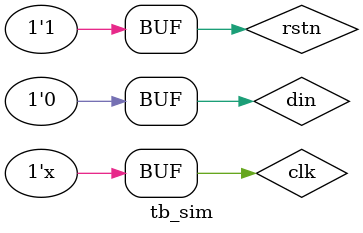
<source format=v>
`timescale 1ns/1ns
module tb_sim();

reg     clk;
reg    rstn;
reg   din;
wire  out;

initial begin
   clk = 1'b1;
   rstn <= 1'b0;
   din <= 1'b0;
   #20
   rstn <= 1'b1;
   #20
   din <= 1'b1;
   #20
   din <= 1'b0;
   #20
   din <= 1'b1;
   #20
   din <= 1'b1;
   #20
   din <= 1'b0;
end

always #10 clk = ~clk;

sale sa
(
   .clk (clk ),
   .rstn(rstn),
   .din (din ),
   .out (out )

);

endmodule
</source>
